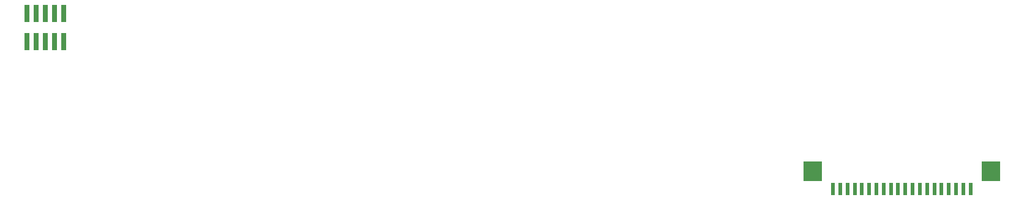
<source format=gbr>
G04 #@! TF.GenerationSoftware,KiCad,Pcbnew,5.1.9*
G04 #@! TF.CreationDate,2021-03-31T15:37:06+02:00*
G04 #@! TF.ProjectId,OTTO-Beta-Main,4f54544f-2d42-4657-9461-2d4d61696e2e,rev?*
G04 #@! TF.SameCoordinates,Original*
G04 #@! TF.FileFunction,Paste,Top*
G04 #@! TF.FilePolarity,Positive*
%FSLAX46Y46*%
G04 Gerber Fmt 4.6, Leading zero omitted, Abs format (unit mm)*
G04 Created by KiCad (PCBNEW 5.1.9) date 2021-03-31 15:37:06*
%MOMM*%
%LPD*%
G01*
G04 APERTURE LIST*
%ADD10R,0.600000X1.700000*%
%ADD11R,2.500000X2.800000*%
%ADD12R,0.740000X2.400000*%
G04 APERTURE END LIST*
D10*
X185831800Y-59146200D03*
X186831800Y-59146200D03*
X187831800Y-59146200D03*
X188831800Y-59146200D03*
X189831800Y-59146200D03*
X190831800Y-59146200D03*
X191831800Y-59146200D03*
X192831800Y-59146200D03*
X204831800Y-59146200D03*
D11*
X183031800Y-56676200D03*
X207631800Y-56676200D03*
D10*
X203831800Y-59146200D03*
X202831800Y-59146200D03*
X201831800Y-59146200D03*
X200831800Y-59146200D03*
X199831800Y-59146200D03*
X198831800Y-59146200D03*
X197831800Y-59146200D03*
X196831800Y-59146200D03*
X195831800Y-59146200D03*
X194831800Y-59146200D03*
X193831800Y-59146200D03*
D12*
X79490000Y-34800000D03*
X79490000Y-38700000D03*
X78220000Y-34800000D03*
X78220000Y-38700000D03*
X76950000Y-34800000D03*
X76950000Y-38700000D03*
X75680000Y-34800000D03*
X75680000Y-38700000D03*
X74410000Y-34800000D03*
X74410000Y-38700000D03*
M02*

</source>
